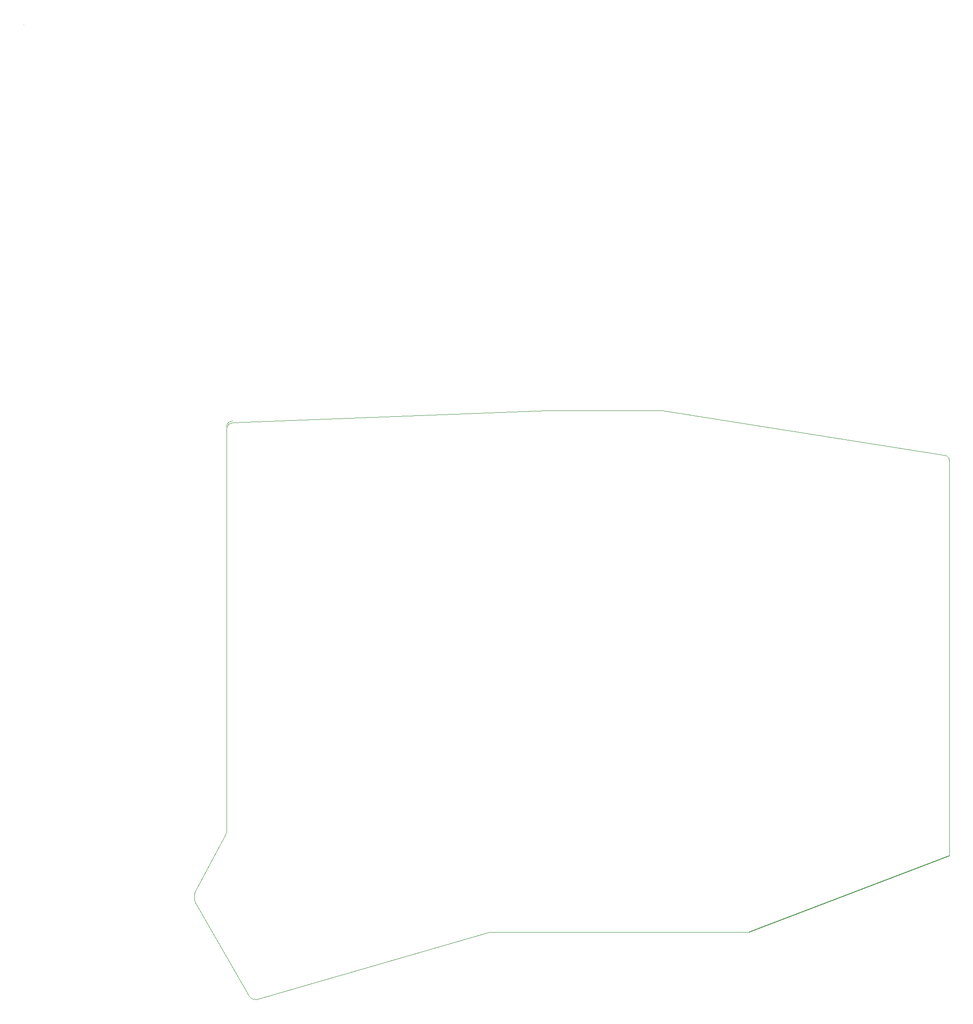
<source format=gbr>
G04 #@! TF.GenerationSoftware,KiCad,Pcbnew,8.99.0-3407-g6a48e2c35a*
G04 #@! TF.CreationDate,2025-02-22T10:59:18+00:00*
G04 #@! TF.ProjectId,DragonBoard,44726167-6f6e-4426-9f61-72642e6b6963,rev?*
G04 #@! TF.SameCoordinates,Original*
G04 #@! TF.FileFunction,Other,Comment*
%FSLAX46Y46*%
G04 Gerber Fmt 4.6, Leading zero omitted, Abs format (unit mm)*
G04 Created by KiCad (PCBNEW 8.99.0-3407-g6a48e2c35a) date 2025-02-22 10:59:18*
%MOMM*%
%LPD*%
G01*
G04 APERTURE LIST*
%ADD10C,0.100000*%
%ADD11C,0.150000*%
G04 APERTURE END LIST*
D10*
X138154128Y-134000000D02*
X93900000Y-146750000D01*
X225026621Y-43695600D02*
X225168321Y-43835582D01*
X149000000Y-35000000D02*
X170950000Y-35000000D01*
X224861871Y-43581466D02*
X225026621Y-43695600D01*
X225168321Y-43835582D02*
X225283881Y-43997807D01*
X88275257Y-114400000D02*
X88273857Y-38477435D01*
D11*
X225500000Y-119500000D02*
X187500000Y-134000000D01*
D10*
X92900000Y-146500000D02*
X93350000Y-146650000D01*
X82150000Y-127900000D02*
X82100000Y-127300000D01*
X93350000Y-146650000D02*
X93900000Y-146750000D01*
X82100000Y-127300000D02*
X82100000Y-126900000D01*
X82300000Y-128400000D02*
X82150000Y-127900000D01*
X149000000Y-35000000D02*
X89425853Y-37325405D01*
X138154128Y-134000000D02*
X187500000Y-134000000D01*
X92550000Y-146200000D02*
X92900000Y-146500000D01*
X224475441Y-43445146D02*
X224677111Y-43496776D01*
X224677111Y-43496776D02*
X224861871Y-43581466D01*
X225370281Y-44178672D02*
X225424381Y-44374571D01*
X225424381Y-44374571D02*
X225443181Y-44581902D01*
X225443181Y-44581902D02*
X225470181Y-119500000D01*
X170950000Y-35000000D02*
X224475441Y-43445146D01*
X92550000Y-146200000D02*
X82300000Y-128400000D01*
X225283881Y-43997807D02*
X225370281Y-44178672D01*
X89193680Y-37348815D02*
X89425853Y-37325405D01*
X88273857Y-38477435D02*
X88297257Y-38245261D01*
X88887292Y-37081089D02*
X89103536Y-37013959D01*
X88691608Y-37187304D02*
X88887292Y-37081089D01*
X88275257Y-114400000D02*
X88200000Y-115050000D01*
X88977436Y-37415945D02*
X89193680Y-37348815D01*
X88200000Y-115050000D02*
X88000000Y-115650000D01*
X49676679Y38227998D02*
X49676679Y38227998D01*
X89103536Y-37013959D02*
X89335709Y-36990549D01*
X88274233Y-37694158D02*
X88380446Y-37498471D01*
X82200000Y-126400000D02*
X88000000Y-115650000D01*
X88521115Y-37327975D02*
X88691608Y-37187304D01*
X88781752Y-37522160D02*
X88977436Y-37415945D01*
X88207113Y-37910405D02*
X88274233Y-37694158D01*
X88470590Y-37833327D02*
X88611259Y-37662831D01*
X88183713Y-38142579D02*
X88207113Y-37910405D01*
X88297257Y-38245261D02*
X88364377Y-38029014D01*
X88380446Y-37498471D02*
X88521115Y-37327975D01*
X82100000Y-126900000D02*
X82200000Y-126400000D01*
X88364377Y-38029014D02*
X88470590Y-37833327D01*
X88611259Y-37662831D02*
X88781752Y-37522160D01*
M02*

</source>
